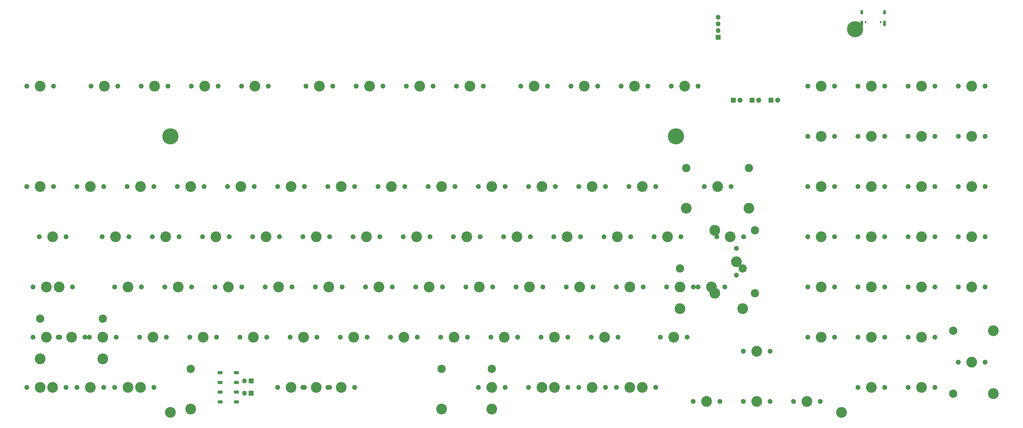
<source format=gbr>
%TF.GenerationSoftware,KiCad,Pcbnew,8.0.5*%
%TF.CreationDate,2024-09-24T18:12:56+02:00*%
%TF.ProjectId,E80-1800-pcb-universal,4538302d-3138-4303-902d-7063622d756e,rev?*%
%TF.SameCoordinates,Original*%
%TF.FileFunction,Soldermask,Top*%
%TF.FilePolarity,Negative*%
%FSLAX46Y46*%
G04 Gerber Fmt 4.6, Leading zero omitted, Abs format (unit mm)*
G04 Created by KiCad (PCBNEW 8.0.5) date 2024-09-24 18:12:56*
%MOMM*%
%LPD*%
G01*
G04 APERTURE LIST*
G04 Aperture macros list*
%AMRoundRect*
0 Rectangle with rounded corners*
0 $1 Rounding radius*
0 $2 $3 $4 $5 $6 $7 $8 $9 X,Y pos of 4 corners*
0 Add a 4 corners polygon primitive as box body*
4,1,4,$2,$3,$4,$5,$6,$7,$8,$9,$2,$3,0*
0 Add four circle primitives for the rounded corners*
1,1,$1+$1,$2,$3*
1,1,$1+$1,$4,$5*
1,1,$1+$1,$6,$7*
1,1,$1+$1,$8,$9*
0 Add four rect primitives between the rounded corners*
20,1,$1+$1,$2,$3,$4,$5,0*
20,1,$1+$1,$4,$5,$6,$7,0*
20,1,$1+$1,$6,$7,$8,$9,0*
20,1,$1+$1,$8,$9,$2,$3,0*%
G04 Aperture macros list end*
%ADD10C,1.850000*%
%ADD11C,4.087800*%
%ADD12C,6.100000*%
%ADD13RoundRect,0.050000X-0.900000X-0.900000X0.900000X-0.900000X0.900000X0.900000X-0.900000X0.900000X0*%
%ADD14C,1.900000*%
%ADD15C,4.100000*%
%ADD16RoundRect,0.300000X0.650000X0.300000X-0.650000X0.300000X-0.650000X-0.300000X0.650000X-0.300000X0*%
%ADD17RoundRect,0.050000X0.850000X0.850000X-0.850000X0.850000X-0.850000X-0.850000X0.850000X-0.850000X0*%
%ADD18O,1.800000X1.800000*%
%ADD19C,3.148000*%
%ADD20RoundRect,0.050000X-0.850000X0.850000X-0.850000X-0.850000X0.850000X-0.850000X0.850000X0.850000X0*%
%ADD21C,0.750000*%
%ADD22O,1.100000X1.700000*%
%ADD23O,1.100000X2.200000*%
G04 APERTURE END LIST*
D10*
%TO.C,MX4*%
X57427833Y0D03*
D11*
X62507833Y0D03*
D10*
X67587833Y0D03*
%TD*%
%TO.C,MX5*%
X76477833Y0D03*
D11*
X81557833Y0D03*
D10*
X86637833Y0D03*
%TD*%
%TO.C,MX7*%
X119935714Y0D03*
D11*
X125015714Y0D03*
D10*
X130095714Y0D03*
%TD*%
%TO.C,MX8*%
X138985714Y0D03*
D11*
X144065714Y0D03*
D10*
X149145714Y0D03*
%TD*%
%TO.C,MX9*%
X158035714Y0D03*
D11*
X163115714Y0D03*
D10*
X168195714Y0D03*
%TD*%
%TO.C,MX10*%
X182443595Y0D03*
D11*
X187523595Y0D03*
D10*
X192603595Y0D03*
%TD*%
%TO.C,MX12*%
X220543595Y0D03*
D11*
X225623595Y0D03*
D10*
X230703595Y0D03*
%TD*%
%TO.C,MX23*%
X13970000Y-38100000D03*
D11*
X19050000Y-38100000D03*
D10*
X24130000Y-38100000D03*
%TD*%
%TO.C,MX24*%
X33020000Y-38100000D03*
D11*
X38100000Y-38100000D03*
D10*
X43180000Y-38100000D03*
%TD*%
%TO.C,MX25*%
X52070000Y-38100000D03*
D11*
X57150000Y-38100000D03*
D10*
X62230000Y-38100000D03*
%TD*%
%TO.C,MX26*%
X71120000Y-38100000D03*
D11*
X76200000Y-38100000D03*
D10*
X81280000Y-38100000D03*
%TD*%
%TO.C,MX27*%
X90170000Y-38100000D03*
D11*
X95250000Y-38100000D03*
D10*
X100330000Y-38100000D03*
%TD*%
%TO.C,MX28*%
X109220000Y-38100000D03*
D11*
X114300000Y-38100000D03*
D10*
X119380000Y-38100000D03*
%TD*%
%TO.C,MX29*%
X128270000Y-38100000D03*
D11*
X133350000Y-38100000D03*
D10*
X138430000Y-38100000D03*
%TD*%
%TO.C,MX30*%
X147320000Y-38100000D03*
D11*
X152400000Y-38100000D03*
D10*
X157480000Y-38100000D03*
%TD*%
%TO.C,MX31*%
X166370000Y-38100000D03*
D11*
X171450000Y-38100000D03*
D10*
X176530000Y-38100000D03*
%TD*%
%TO.C,MX33*%
X204470000Y-38100000D03*
D11*
X209550000Y-38100000D03*
D10*
X214630000Y-38100000D03*
%TD*%
%TO.C,MX34*%
X223520000Y-38100000D03*
D11*
X228600000Y-38100000D03*
D10*
X233680000Y-38100000D03*
%TD*%
%TO.C,MX35*%
X252095000Y-38100000D03*
D11*
X257175000Y-38100000D03*
D10*
X262255000Y-38100000D03*
%TD*%
%TO.C,MX40*%
X-317500Y-57150000D03*
D11*
X4762500Y-57150000D03*
D10*
X9842500Y-57150000D03*
%TD*%
%TO.C,MX41*%
X23495000Y-57150000D03*
D11*
X28575000Y-57150000D03*
D10*
X33655000Y-57150000D03*
%TD*%
%TO.C,MX42*%
X42545000Y-57150000D03*
D11*
X47625000Y-57150000D03*
D10*
X52705000Y-57150000D03*
%TD*%
%TO.C,MX43*%
X61595000Y-57150000D03*
D11*
X66675000Y-57150000D03*
D10*
X71755000Y-57150000D03*
%TD*%
%TO.C,MX44*%
X80645000Y-57150000D03*
D11*
X85725000Y-57150000D03*
D10*
X90805000Y-57150000D03*
%TD*%
%TO.C,MX45*%
X99695000Y-57150000D03*
D11*
X104775000Y-57150000D03*
D10*
X109855000Y-57150000D03*
%TD*%
%TO.C,MX46*%
X118745000Y-57150000D03*
D11*
X123825000Y-57150000D03*
D10*
X128905000Y-57150000D03*
%TD*%
%TO.C,MX47*%
X137795000Y-57150000D03*
D11*
X142875000Y-57150000D03*
D10*
X147955000Y-57150000D03*
%TD*%
%TO.C,MX48*%
X156845000Y-57150000D03*
D11*
X161925000Y-57150000D03*
D10*
X167005000Y-57150000D03*
%TD*%
%TO.C,MX49*%
X175895000Y-57150000D03*
D11*
X180975000Y-57150000D03*
D10*
X186055000Y-57150000D03*
%TD*%
%TO.C,MX50*%
X194945000Y-57150000D03*
D11*
X200025000Y-57150000D03*
D10*
X205105000Y-57150000D03*
%TD*%
%TO.C,MX51*%
X213995000Y-57150000D03*
D11*
X219075000Y-57150000D03*
D10*
X224155000Y-57150000D03*
%TD*%
%TO.C,MX52*%
X233045000Y-57150000D03*
D11*
X238125000Y-57150000D03*
D10*
X243205000Y-57150000D03*
%TD*%
%TO.C,MX53*%
X256857500Y-57150000D03*
D11*
X261937500Y-57150000D03*
D10*
X267017500Y-57150000D03*
%TD*%
%TO.C,MX58*%
X2063750Y-76200000D03*
D11*
X7143750Y-76200000D03*
D10*
X12223750Y-76200000D03*
%TD*%
%TO.C,MX60*%
X28257500Y-76200000D03*
D11*
X33337500Y-76200000D03*
D10*
X38417500Y-76200000D03*
%TD*%
%TO.C,MX61*%
X47307500Y-76200000D03*
D11*
X52387500Y-76200000D03*
D10*
X57467500Y-76200000D03*
%TD*%
%TO.C,MX62*%
X66357500Y-76200000D03*
D11*
X71437500Y-76200000D03*
D10*
X76517500Y-76200000D03*
%TD*%
%TO.C,MX63*%
X85407500Y-76200000D03*
D11*
X90487500Y-76200000D03*
D10*
X95567500Y-76200000D03*
%TD*%
%TO.C,MX64*%
X104457500Y-76200000D03*
D11*
X109537500Y-76200000D03*
D10*
X114617500Y-76200000D03*
%TD*%
%TO.C,MX65*%
X123507500Y-76200000D03*
D11*
X128587500Y-76200000D03*
D10*
X133667500Y-76200000D03*
%TD*%
%TO.C,MX66*%
X142557500Y-76200000D03*
D11*
X147637500Y-76200000D03*
D10*
X152717500Y-76200000D03*
%TD*%
%TO.C,MX67*%
X161607500Y-76200000D03*
D11*
X166687500Y-76200000D03*
D10*
X171767500Y-76200000D03*
%TD*%
%TO.C,MX68*%
X180657500Y-76200000D03*
D11*
X185737500Y-76200000D03*
D10*
X190817500Y-76200000D03*
%TD*%
%TO.C,MX69*%
X199707500Y-76200000D03*
D11*
X204787500Y-76200000D03*
D10*
X209867500Y-76200000D03*
%TD*%
%TO.C,MX70*%
X218757500Y-76200000D03*
D11*
X223837500Y-76200000D03*
D10*
X228917500Y-76200000D03*
%TD*%
%TO.C,MX71*%
X237807500Y-76200000D03*
D11*
X242887500Y-76200000D03*
D10*
X247967500Y-76200000D03*
%TD*%
%TO.C,MX72*%
X264318750Y-61595000D03*
D11*
X264318750Y-66675000D03*
D10*
X264318750Y-71755000D03*
%TD*%
%TO.C,MX73*%
X249713750Y-76200000D03*
D11*
X254793750Y-76200000D03*
D10*
X259873750Y-76200000D03*
%TD*%
%TO.C,MX78*%
X-2698750Y-95250000D03*
D11*
X2381250Y-95250000D03*
D10*
X7461250Y-95250000D03*
%TD*%
%TO.C,MX79*%
X6826250Y-95250000D03*
D11*
X11906250Y-95250000D03*
D10*
X16986250Y-95250000D03*
%TD*%
%TO.C,MX80*%
X18732500Y-95250000D03*
D11*
X23812500Y-95250000D03*
D10*
X28892500Y-95250000D03*
%TD*%
%TO.C,MX82*%
X56832500Y-95250000D03*
D11*
X61912500Y-95250000D03*
D10*
X66992500Y-95250000D03*
%TD*%
%TO.C,MX83*%
X75882500Y-95250000D03*
D11*
X80962500Y-95250000D03*
D10*
X86042500Y-95250000D03*
%TD*%
%TO.C,MX84*%
X94932500Y-95250000D03*
D11*
X100012500Y-95250000D03*
D10*
X105092500Y-95250000D03*
%TD*%
%TO.C,MX85*%
X113982500Y-95250000D03*
D11*
X119062500Y-95250000D03*
D10*
X124142500Y-95250000D03*
%TD*%
%TO.C,MX86*%
X133032500Y-95250000D03*
D11*
X138112500Y-95250000D03*
D10*
X143192500Y-95250000D03*
%TD*%
%TO.C,MX87*%
X152082500Y-95250000D03*
D11*
X157162500Y-95250000D03*
D10*
X162242500Y-95250000D03*
%TD*%
%TO.C,MX88*%
X171132500Y-95250000D03*
D11*
X176212500Y-95250000D03*
D10*
X181292500Y-95250000D03*
%TD*%
%TO.C,MX89*%
X190182500Y-95250000D03*
D11*
X195262500Y-95250000D03*
D10*
X200342500Y-95250000D03*
%TD*%
%TO.C,MX90*%
X209232500Y-95250000D03*
D11*
X214312500Y-95250000D03*
D10*
X219392500Y-95250000D03*
%TD*%
%TO.C,MX91*%
X235426250Y-95250000D03*
D11*
X240506250Y-95250000D03*
D10*
X245586250Y-95250000D03*
%TD*%
%TO.C,MX93*%
X291385890Y-95250000D03*
D11*
X296465890Y-95250000D03*
D10*
X301545890Y-95250000D03*
%TD*%
%TO.C,MX94*%
X310435890Y-95250000D03*
D11*
X315515890Y-95250000D03*
D10*
X320595890Y-95250000D03*
%TD*%
%TO.C,MX95*%
X329485890Y-95250000D03*
D11*
X334565890Y-95250000D03*
D10*
X339645890Y-95250000D03*
%TD*%
%TO.C,MX97*%
X-5080000Y-114300000D03*
D11*
X0Y-114300000D03*
D10*
X5080000Y-114300000D03*
%TD*%
%TO.C,MX102*%
X99695000Y-114300000D03*
D11*
X104775000Y-114300000D03*
D10*
X109855000Y-114300000D03*
%TD*%
%TO.C,MX105*%
X166370000Y-114300000D03*
D11*
X171450000Y-114300000D03*
D10*
X176530000Y-114300000D03*
%TD*%
%TO.C,MX107*%
X185420000Y-114300000D03*
D11*
X190500000Y-114300000D03*
D10*
X195580000Y-114300000D03*
%TD*%
%TO.C,MX108*%
X204470000Y-114300000D03*
D11*
X209550000Y-114300000D03*
D10*
X214630000Y-114300000D03*
%TD*%
%TO.C,MX109*%
X223520000Y-114300000D03*
D11*
X228600000Y-114300000D03*
D10*
X233680000Y-114300000D03*
%TD*%
%TO.C,MX112*%
X266978025Y-119657913D03*
D11*
X272058025Y-119657913D03*
D10*
X277138025Y-119657913D03*
%TD*%
%TO.C,MX113*%
X286028025Y-119657913D03*
D11*
X291108025Y-119657913D03*
D10*
X296188025Y-119657913D03*
%TD*%
%TO.C,MX115*%
X329485890Y-114300000D03*
D11*
X334565890Y-114300000D03*
D10*
X339645890Y-114300000D03*
%TD*%
%TO.C,MX99*%
X13970000Y-114300000D03*
D11*
X19050000Y-114300000D03*
D10*
X24130000Y-114300000D03*
%TD*%
%TO.C,MX100*%
X33020000Y-114300000D03*
D11*
X38100000Y-114300000D03*
D10*
X43180000Y-114300000D03*
%TD*%
%TO.C,MX81*%
X37782500Y-95250000D03*
D11*
X42862500Y-95250000D03*
D10*
X47942500Y-95250000D03*
%TD*%
%TO.C,MX32*%
X185420000Y-38100000D03*
D11*
X190500000Y-38100000D03*
D10*
X195580000Y-38100000D03*
%TD*%
%TO.C,MX96*%
X348535890Y-104775000D03*
D11*
X353615890Y-104775000D03*
D10*
X358695890Y-104775000D03*
%TD*%
%TO.C,MX2*%
X19327833Y0D03*
D11*
X24407833Y0D03*
D10*
X29487833Y0D03*
%TD*%
%TO.C,MX6*%
X100885714Y0D03*
D11*
X105965714Y0D03*
D10*
X111045714Y0D03*
%TD*%
%TO.C,MX11*%
X201493595Y0D03*
D11*
X206573595Y0D03*
D10*
X211653595Y0D03*
%TD*%
%TO.C,MX114*%
X310435890Y-114300000D03*
D11*
X315515890Y-114300000D03*
D10*
X320595890Y-114300000D03*
%TD*%
%TO.C,MX15*%
X310435890Y0D03*
D11*
X315515890Y0D03*
D10*
X320595890Y0D03*
%TD*%
%TO.C,MX19*%
X310435890Y-19050000D03*
D11*
X315515890Y-19050000D03*
D10*
X320595890Y-19050000D03*
%TD*%
%TO.C,MX16*%
X329485890Y0D03*
D11*
X334565890Y0D03*
D10*
X339645890Y0D03*
%TD*%
%TO.C,MX18*%
X291385890Y-19050000D03*
D11*
X296465890Y-19050000D03*
D10*
X301545890Y-19050000D03*
%TD*%
%TO.C,MX17*%
X348535890Y0D03*
D11*
X353615890Y0D03*
D10*
X358695890Y0D03*
%TD*%
%TO.C,MX20*%
X329485890Y-19050000D03*
D11*
X334565890Y-19050000D03*
D10*
X339645890Y-19050000D03*
%TD*%
%TO.C,MX21*%
X348535890Y-19050000D03*
D11*
X353615890Y-19050000D03*
D10*
X358695890Y-19050000D03*
%TD*%
%TO.C,MX36*%
X291385890Y-38100000D03*
D11*
X296465890Y-38100000D03*
D10*
X301545890Y-38100000D03*
%TD*%
%TO.C,MX37*%
X310435890Y-38100000D03*
D11*
X315515890Y-38100000D03*
D10*
X320595890Y-38100000D03*
%TD*%
%TO.C,MX38*%
X329485890Y-38100000D03*
D11*
X334565890Y-38100000D03*
D10*
X339645890Y-38100000D03*
%TD*%
%TO.C,MX76*%
X329485890Y-76200000D03*
D11*
X334565890Y-76200000D03*
D10*
X339645890Y-76200000D03*
%TD*%
%TO.C,MX77*%
X348535890Y-76200000D03*
D11*
X353615890Y-76200000D03*
D10*
X358695890Y-76200000D03*
%TD*%
%TO.C,MX54*%
X291385890Y-57150000D03*
D11*
X296465890Y-57150000D03*
D10*
X301545890Y-57150000D03*
%TD*%
%TO.C,MX57*%
X348535890Y-57150000D03*
D11*
X353615890Y-57150000D03*
D10*
X358695890Y-57150000D03*
%TD*%
%TO.C,MX55*%
X310435890Y-57150000D03*
D11*
X315515890Y-57150000D03*
D10*
X320595890Y-57150000D03*
%TD*%
%TO.C,MX56*%
X329485890Y-57150000D03*
D11*
X334565890Y-57150000D03*
D10*
X339645890Y-57150000D03*
%TD*%
%TO.C,MX75*%
X310435890Y-76200000D03*
D11*
X315515890Y-76200000D03*
D10*
X320595890Y-76200000D03*
%TD*%
%TO.C,MX74*%
X291385890Y-76200000D03*
D11*
X296465890Y-76200000D03*
D10*
X301545890Y-76200000D03*
%TD*%
%TO.C,MX110*%
X218757500Y-114300000D03*
D11*
X223837500Y-114300000D03*
D10*
X228917500Y-114300000D03*
%TD*%
%TO.C,MX98*%
X-317500Y-114300000D03*
D11*
X4762500Y-114300000D03*
D10*
X9842500Y-114300000D03*
%TD*%
%TO.C,MX101*%
X28257500Y-114300000D03*
D11*
X33337500Y-114300000D03*
D10*
X38417500Y-114300000D03*
%TD*%
%TO.C,MX104*%
X90170100Y-114300120D03*
D11*
X95250100Y-114300120D03*
D10*
X100330100Y-114300120D03*
%TD*%
%TO.C,MX13*%
X239593595Y0D03*
D11*
X244673595Y0D03*
D10*
X249753595Y0D03*
%TD*%
%TO.C,MX3*%
X38377833Y0D03*
D11*
X43457833Y0D03*
D10*
X48537833Y0D03*
%TD*%
%TO.C,MX14*%
X291385890Y0D03*
D11*
X296465890Y0D03*
D10*
X301545890Y0D03*
%TD*%
%TO.C,MX111*%
X247928025Y-119657913D03*
D11*
X253008025Y-119657913D03*
D10*
X258088025Y-119657913D03*
%TD*%
%TO.C,MX22*%
X-5080000Y-38100000D03*
D11*
X0Y-38100000D03*
D10*
X5080000Y-38100000D03*
%TD*%
%TO.C,MX106*%
X190182500Y-114300000D03*
D11*
X195262500Y-114300000D03*
D10*
X200342500Y-114300000D03*
%TD*%
%TO.C,MX92*%
X266978025Y-100607913D03*
D11*
X272058025Y-100607913D03*
D10*
X277138025Y-100607913D03*
%TD*%
%TO.C,MX39*%
X348535890Y-38100000D03*
D11*
X353615890Y-38100000D03*
D10*
X358695890Y-38100000D03*
%TD*%
%TO.C,MX59*%
X-2698750Y-76200000D03*
D11*
X2381250Y-76200000D03*
D10*
X7461250Y-76200000D03*
%TD*%
D12*
%TO.C,H1*%
X49410992Y-19049992D03*
%TD*%
%TO.C,H2*%
X241410992Y-19049992D03*
%TD*%
%TO.C,H3*%
X309400000Y21550008D03*
%TD*%
D13*
%TO.C,D2*%
X263127992Y-5357792D03*
D14*
X265667992Y-5357792D03*
%TD*%
D13*
%TO.C,D3*%
X270271992Y-5357792D03*
D14*
X272811992Y-5357792D03*
%TD*%
D13*
%TO.C,D4*%
X277415992Y-5357792D03*
D14*
X279955992Y-5357792D03*
%TD*%
D15*
%TO.C,H4*%
X304204992Y-123824992D03*
%TD*%
D10*
%TO.C,MX103*%
X109220000Y-114300000D03*
D11*
X114300000Y-114300000D03*
D10*
X119380000Y-114300000D03*
%TD*%
D16*
%TO.C,SW1*%
X74530242Y-112459996D03*
X68330242Y-112459996D03*
X74530242Y-108759996D03*
X68330242Y-108759996D03*
%TD*%
%TO.C,SW2*%
X74530242Y-119842422D03*
X68330242Y-119842422D03*
X74530242Y-116142422D03*
X68330242Y-116142422D03*
%TD*%
D15*
%TO.C,H5*%
X49410992Y-123824992D03*
%TD*%
D17*
%TO.C,J3*%
X257341390Y18478500D03*
D18*
X257341390Y21018500D03*
X257341390Y23558500D03*
X257341390Y26098500D03*
%TD*%
D10*
%TO.C,MX1*%
X-5080000Y0D03*
D11*
X0Y0D03*
D10*
X5080000Y0D03*
%TD*%
D19*
%TO.C,S2*%
X57150000Y-107315000D03*
D11*
X57150000Y-122555000D03*
D19*
X152400000Y-107315000D03*
D11*
X152400000Y-122555000D03*
%TD*%
D19*
%TO.C,S3*%
X57150000Y-107315000D03*
D11*
X57150000Y-122555000D03*
D19*
X171450000Y-107315000D03*
D11*
X171450000Y-122555000D03*
%TD*%
%TO.C,S5*%
X256063750Y-54768750D03*
X256063750Y-78581250D03*
D19*
X271303750Y-54768750D03*
X271303750Y-78581250D03*
%TD*%
%TO.C,S6*%
X245268750Y-31115000D03*
D11*
X245268750Y-46355000D03*
D19*
X269081250Y-31115000D03*
D11*
X269081250Y-46355000D03*
%TD*%
D19*
%TO.C,S4*%
X242887500Y-69215000D03*
D11*
X242887500Y-84455000D03*
D19*
X266700000Y-69215000D03*
D11*
X266700000Y-84455000D03*
%TD*%
D20*
%TO.C,JP2*%
X80100000Y-111900000D03*
D18*
X77560000Y-111900000D03*
%TD*%
D19*
%TO.C,S7*%
X346630890Y-116681250D03*
D11*
X361870890Y-116681250D03*
D19*
X346630890Y-92868750D03*
D11*
X361870890Y-92868750D03*
%TD*%
D20*
%TO.C,JP3*%
X80100000Y-116550000D03*
D18*
X77560000Y-116550000D03*
%TD*%
D19*
%TO.C,S1*%
X0Y-88265000D03*
D11*
X0Y-103505000D03*
D19*
X23812500Y-88265000D03*
D11*
X23812500Y-103505000D03*
%TD*%
D21*
%TO.C,J4*%
X313315890Y24300000D03*
X319095890Y24300000D03*
D22*
X311885890Y27950000D03*
D23*
X311885890Y23770000D03*
D22*
X320525890Y27950000D03*
D23*
X320525890Y23770000D03*
%TD*%
M02*

</source>
